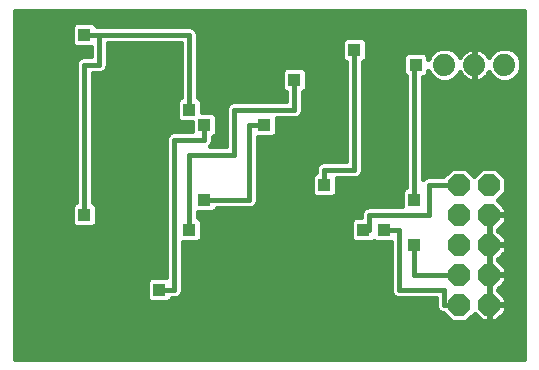
<source format=gbl>
G75*
%MOIN*%
%OFA0B0*%
%FSLAX25Y25*%
%IPPOS*%
%LPD*%
%AMOC8*
5,1,8,0,0,1.08239X$1,22.5*
%
%ADD10OC8,0.07400*%
%ADD11C,0.07400*%
%ADD12R,0.04362X0.04362*%
%ADD13C,0.01600*%
D10*
X0160500Y0026000D03*
X0170500Y0026000D03*
X0170500Y0036000D03*
X0160500Y0036000D03*
X0160500Y0046000D03*
X0170500Y0046000D03*
X0170500Y0056000D03*
X0160500Y0056000D03*
X0160500Y0066000D03*
X0170500Y0066000D03*
D11*
X0165500Y0106000D03*
X0155500Y0106000D03*
X0175500Y0106000D03*
D12*
X0170500Y0091000D03*
X0146000Y0106000D03*
X0125500Y0111000D03*
X0115500Y0116000D03*
X0105500Y0101000D03*
X0085500Y0116000D03*
X0070500Y0091000D03*
X0075500Y0086000D03*
X0095500Y0086000D03*
X0117500Y0086000D03*
X0117500Y0077000D03*
X0115500Y0066000D03*
X0128500Y0051000D03*
X0135500Y0051000D03*
X0145500Y0046000D03*
X0145500Y0061000D03*
X0110500Y0021000D03*
X0075500Y0031000D03*
X0060500Y0031000D03*
X0045500Y0031000D03*
X0035500Y0026000D03*
X0070500Y0051000D03*
X0075500Y0061000D03*
X0035500Y0056000D03*
X0025500Y0061000D03*
X0015500Y0116000D03*
X0035500Y0116000D03*
X0145500Y0121000D03*
D13*
X0012500Y0123961D02*
X0012500Y0008000D01*
X0182201Y0008000D01*
X0182201Y0123961D01*
X0012500Y0123961D01*
X0012500Y0122691D02*
X0182201Y0122691D01*
X0182201Y0121093D02*
X0012500Y0121093D01*
X0012500Y0119494D02*
X0031804Y0119494D01*
X0031319Y0119010D02*
X0031319Y0112990D01*
X0032490Y0111819D01*
X0037700Y0111819D01*
X0037700Y0108800D01*
X0034943Y0108800D01*
X0033914Y0108374D01*
X0033126Y0107586D01*
X0032700Y0106557D01*
X0032700Y0060181D01*
X0032490Y0060181D01*
X0031319Y0059010D01*
X0031319Y0052990D01*
X0032490Y0051819D01*
X0038510Y0051819D01*
X0039681Y0052990D01*
X0039681Y0059010D01*
X0038510Y0060181D01*
X0038300Y0060181D01*
X0038300Y0103200D01*
X0041057Y0103200D01*
X0042086Y0103626D01*
X0042874Y0104414D01*
X0043300Y0105443D01*
X0043300Y0113200D01*
X0067700Y0113200D01*
X0067700Y0095181D01*
X0067490Y0095181D01*
X0066319Y0094010D01*
X0066319Y0087990D01*
X0067490Y0086819D01*
X0071319Y0086819D01*
X0071319Y0083800D01*
X0064943Y0083800D01*
X0063914Y0083374D01*
X0063126Y0082586D01*
X0062700Y0081557D01*
X0062700Y0035181D01*
X0057490Y0035181D01*
X0056319Y0034010D01*
X0056319Y0027990D01*
X0057490Y0026819D01*
X0063510Y0026819D01*
X0064681Y0027990D01*
X0064681Y0028200D01*
X0066057Y0028200D01*
X0067086Y0028626D01*
X0067874Y0029414D01*
X0068300Y0030443D01*
X0068300Y0046819D01*
X0073510Y0046819D01*
X0074681Y0047990D01*
X0074681Y0054010D01*
X0073510Y0055181D01*
X0073300Y0055181D01*
X0073300Y0056819D01*
X0078510Y0056819D01*
X0079681Y0057990D01*
X0079681Y0058200D01*
X0091057Y0058200D01*
X0092086Y0058626D01*
X0092874Y0059414D01*
X0093300Y0060443D01*
X0093300Y0081819D01*
X0098510Y0081819D01*
X0099681Y0082990D01*
X0099681Y0088200D01*
X0106057Y0088200D01*
X0107086Y0088626D01*
X0107874Y0089414D01*
X0108300Y0090443D01*
X0108300Y0096819D01*
X0108510Y0096819D01*
X0109681Y0097990D01*
X0109681Y0104010D01*
X0108510Y0105181D01*
X0102490Y0105181D01*
X0101319Y0104010D01*
X0101319Y0097990D01*
X0102490Y0096819D01*
X0102700Y0096819D01*
X0102700Y0093800D01*
X0084943Y0093800D01*
X0083914Y0093374D01*
X0083126Y0092586D01*
X0082700Y0091557D01*
X0082700Y0078800D01*
X0077260Y0078800D01*
X0077874Y0079414D01*
X0078300Y0080443D01*
X0078300Y0081819D01*
X0078510Y0081819D01*
X0079681Y0082990D01*
X0079681Y0089010D01*
X0078510Y0090181D01*
X0074681Y0090181D01*
X0074681Y0094010D01*
X0073510Y0095181D01*
X0073300Y0095181D01*
X0073300Y0116557D01*
X0072874Y0117586D01*
X0072086Y0118374D01*
X0071057Y0118800D01*
X0039681Y0118800D01*
X0039681Y0119010D01*
X0038510Y0120181D01*
X0032490Y0120181D01*
X0031319Y0119010D01*
X0031319Y0117896D02*
X0012500Y0117896D01*
X0012500Y0116297D02*
X0031319Y0116297D01*
X0031319Y0114699D02*
X0012500Y0114699D01*
X0012500Y0113100D02*
X0031319Y0113100D01*
X0035500Y0116000D02*
X0040500Y0116000D01*
X0040500Y0106000D01*
X0035500Y0106000D01*
X0035500Y0056000D01*
X0039681Y0055554D02*
X0062700Y0055554D01*
X0062700Y0057152D02*
X0039681Y0057152D01*
X0039681Y0058751D02*
X0062700Y0058751D01*
X0062700Y0060349D02*
X0038300Y0060349D01*
X0038300Y0061948D02*
X0062700Y0061948D01*
X0062700Y0063546D02*
X0038300Y0063546D01*
X0038300Y0065145D02*
X0062700Y0065145D01*
X0062700Y0066743D02*
X0038300Y0066743D01*
X0038300Y0068342D02*
X0062700Y0068342D01*
X0062700Y0069940D02*
X0038300Y0069940D01*
X0038300Y0071539D02*
X0062700Y0071539D01*
X0062700Y0073137D02*
X0038300Y0073137D01*
X0038300Y0074736D02*
X0062700Y0074736D01*
X0062700Y0076334D02*
X0038300Y0076334D01*
X0038300Y0077933D02*
X0062700Y0077933D01*
X0062700Y0079532D02*
X0038300Y0079532D01*
X0038300Y0081130D02*
X0062700Y0081130D01*
X0063269Y0082729D02*
X0038300Y0082729D01*
X0038300Y0084327D02*
X0071319Y0084327D01*
X0071319Y0085926D02*
X0038300Y0085926D01*
X0038300Y0087524D02*
X0066785Y0087524D01*
X0066319Y0089123D02*
X0038300Y0089123D01*
X0038300Y0090721D02*
X0066319Y0090721D01*
X0066319Y0092320D02*
X0038300Y0092320D01*
X0038300Y0093918D02*
X0066319Y0093918D01*
X0067700Y0095517D02*
X0038300Y0095517D01*
X0038300Y0097115D02*
X0067700Y0097115D01*
X0067700Y0098714D02*
X0038300Y0098714D01*
X0038300Y0100312D02*
X0067700Y0100312D01*
X0067700Y0101911D02*
X0038300Y0101911D01*
X0041803Y0103509D02*
X0067700Y0103509D01*
X0067700Y0105108D02*
X0043161Y0105108D01*
X0043300Y0106706D02*
X0067700Y0106706D01*
X0067700Y0108305D02*
X0043300Y0108305D01*
X0043300Y0109903D02*
X0067700Y0109903D01*
X0067700Y0111502D02*
X0043300Y0111502D01*
X0043300Y0113100D02*
X0067700Y0113100D01*
X0070500Y0116000D02*
X0070500Y0091000D01*
X0074681Y0090721D02*
X0082700Y0090721D01*
X0082700Y0089123D02*
X0079568Y0089123D01*
X0079681Y0087524D02*
X0082700Y0087524D01*
X0082700Y0085926D02*
X0079681Y0085926D01*
X0079681Y0084327D02*
X0082700Y0084327D01*
X0082700Y0082729D02*
X0079419Y0082729D01*
X0078300Y0081130D02*
X0082700Y0081130D01*
X0082700Y0079532D02*
X0077922Y0079532D01*
X0075500Y0081000D02*
X0075500Y0086000D01*
X0075500Y0081000D02*
X0065500Y0081000D01*
X0065500Y0031000D01*
X0060500Y0031000D01*
X0056319Y0031576D02*
X0012500Y0031576D01*
X0012500Y0029978D02*
X0056319Y0029978D01*
X0056319Y0028379D02*
X0012500Y0028379D01*
X0012500Y0026781D02*
X0152700Y0026781D01*
X0152700Y0025443D02*
X0153126Y0024414D01*
X0153914Y0023626D01*
X0154943Y0023200D01*
X0155239Y0023200D01*
X0158139Y0020300D01*
X0162861Y0020300D01*
X0165641Y0023080D01*
X0168222Y0020500D01*
X0170300Y0020500D01*
X0170300Y0025800D01*
X0170700Y0025800D01*
X0170700Y0026200D01*
X0176000Y0026200D01*
X0176000Y0028278D01*
X0173278Y0031000D01*
X0176000Y0033722D01*
X0176000Y0035800D01*
X0170700Y0035800D01*
X0170700Y0036200D01*
X0176000Y0036200D01*
X0176000Y0038278D01*
X0173278Y0041000D01*
X0176000Y0043722D01*
X0176000Y0045800D01*
X0170700Y0045800D01*
X0170700Y0046200D01*
X0176000Y0046200D01*
X0176000Y0048278D01*
X0173278Y0051000D01*
X0176000Y0053722D01*
X0176000Y0055800D01*
X0170700Y0055800D01*
X0170700Y0056200D01*
X0176000Y0056200D01*
X0176000Y0058278D01*
X0173420Y0060859D01*
X0176200Y0063639D01*
X0176200Y0068361D01*
X0172861Y0071700D01*
X0168139Y0071700D01*
X0165500Y0069061D01*
X0162861Y0071700D01*
X0158139Y0071700D01*
X0155239Y0068800D01*
X0149943Y0068800D01*
X0148914Y0068374D01*
X0148300Y0067760D01*
X0148300Y0101819D01*
X0149010Y0101819D01*
X0150181Y0102990D01*
X0150181Y0103946D01*
X0150668Y0102771D01*
X0152271Y0101168D01*
X0154366Y0100300D01*
X0156634Y0100300D01*
X0158729Y0101168D01*
X0160332Y0102771D01*
X0160619Y0103464D01*
X0160796Y0103117D01*
X0161305Y0102417D01*
X0161917Y0101805D01*
X0162617Y0101296D01*
X0163389Y0100903D01*
X0164212Y0100635D01*
X0165067Y0100500D01*
X0165300Y0100500D01*
X0165300Y0105800D01*
X0165700Y0105800D01*
X0165700Y0100500D01*
X0165933Y0100500D01*
X0166788Y0100635D01*
X0167611Y0100903D01*
X0168383Y0101296D01*
X0169083Y0101805D01*
X0169695Y0102417D01*
X0170204Y0103117D01*
X0170381Y0103464D01*
X0170668Y0102771D01*
X0172271Y0101168D01*
X0174366Y0100300D01*
X0176634Y0100300D01*
X0178729Y0101168D01*
X0180332Y0102771D01*
X0181200Y0104866D01*
X0181200Y0107134D01*
X0180332Y0109229D01*
X0178729Y0110832D01*
X0176634Y0111700D01*
X0174366Y0111700D01*
X0172271Y0110832D01*
X0170668Y0109229D01*
X0170381Y0108536D01*
X0170204Y0108883D01*
X0169695Y0109583D01*
X0169083Y0110195D01*
X0168383Y0110704D01*
X0167611Y0111097D01*
X0166788Y0111365D01*
X0165933Y0111500D01*
X0165700Y0111500D01*
X0165700Y0106200D01*
X0165300Y0106200D01*
X0165300Y0111500D01*
X0165067Y0111500D01*
X0164212Y0111365D01*
X0163389Y0111097D01*
X0162617Y0110704D01*
X0161917Y0110195D01*
X0161305Y0109583D01*
X0160796Y0108883D01*
X0160619Y0108536D01*
X0160332Y0109229D01*
X0158729Y0110832D01*
X0156634Y0111700D01*
X0154366Y0111700D01*
X0152271Y0110832D01*
X0150668Y0109229D01*
X0150181Y0108054D01*
X0150181Y0109010D01*
X0149010Y0110181D01*
X0142990Y0110181D01*
X0141819Y0109010D01*
X0141819Y0102990D01*
X0142700Y0102109D01*
X0142700Y0065181D01*
X0142490Y0065181D01*
X0141319Y0064010D01*
X0141319Y0058800D01*
X0129943Y0058800D01*
X0128914Y0058374D01*
X0128126Y0057586D01*
X0127700Y0056557D01*
X0127700Y0055181D01*
X0125490Y0055181D01*
X0124319Y0054010D01*
X0124319Y0047990D01*
X0125490Y0046819D01*
X0131510Y0046819D01*
X0132000Y0047309D01*
X0132490Y0046819D01*
X0137700Y0046819D01*
X0137700Y0030443D01*
X0138126Y0029414D01*
X0138914Y0028626D01*
X0139943Y0028200D01*
X0152700Y0028200D01*
X0152700Y0025443D01*
X0152808Y0025182D02*
X0012500Y0025182D01*
X0012500Y0023584D02*
X0154017Y0023584D01*
X0156454Y0021985D02*
X0012500Y0021985D01*
X0012500Y0020387D02*
X0158052Y0020387D01*
X0162948Y0020387D02*
X0182201Y0020387D01*
X0182201Y0018788D02*
X0012500Y0018788D01*
X0012500Y0017190D02*
X0182201Y0017190D01*
X0182201Y0015591D02*
X0012500Y0015591D01*
X0012500Y0013993D02*
X0182201Y0013993D01*
X0182201Y0012394D02*
X0012500Y0012394D01*
X0012500Y0010796D02*
X0182201Y0010796D01*
X0182201Y0009197D02*
X0012500Y0009197D01*
X0025500Y0026000D02*
X0035500Y0026000D01*
X0025500Y0026000D02*
X0025500Y0061000D01*
X0031319Y0058751D02*
X0012500Y0058751D01*
X0012500Y0057152D02*
X0031319Y0057152D01*
X0031319Y0055554D02*
X0012500Y0055554D01*
X0012500Y0053955D02*
X0031319Y0053955D01*
X0031953Y0052357D02*
X0012500Y0052357D01*
X0012500Y0050758D02*
X0062700Y0050758D01*
X0062700Y0049160D02*
X0012500Y0049160D01*
X0012500Y0047561D02*
X0062700Y0047561D01*
X0062700Y0045963D02*
X0012500Y0045963D01*
X0012500Y0044364D02*
X0062700Y0044364D01*
X0062700Y0042766D02*
X0012500Y0042766D01*
X0012500Y0041167D02*
X0062700Y0041167D01*
X0062700Y0039569D02*
X0012500Y0039569D01*
X0012500Y0037970D02*
X0062700Y0037970D01*
X0062700Y0036372D02*
X0012500Y0036372D01*
X0012500Y0034773D02*
X0057083Y0034773D01*
X0056319Y0033175D02*
X0012500Y0033175D01*
X0039047Y0052357D02*
X0062700Y0052357D01*
X0062700Y0053955D02*
X0039681Y0053955D01*
X0032700Y0060349D02*
X0012500Y0060349D01*
X0012500Y0061948D02*
X0032700Y0061948D01*
X0032700Y0063546D02*
X0012500Y0063546D01*
X0012500Y0065145D02*
X0032700Y0065145D01*
X0032700Y0066743D02*
X0012500Y0066743D01*
X0012500Y0068342D02*
X0032700Y0068342D01*
X0032700Y0069940D02*
X0012500Y0069940D01*
X0012500Y0071539D02*
X0032700Y0071539D01*
X0032700Y0073137D02*
X0012500Y0073137D01*
X0012500Y0074736D02*
X0032700Y0074736D01*
X0032700Y0076334D02*
X0012500Y0076334D01*
X0012500Y0077933D02*
X0032700Y0077933D01*
X0032700Y0079532D02*
X0012500Y0079532D01*
X0012500Y0081130D02*
X0032700Y0081130D01*
X0032700Y0082729D02*
X0012500Y0082729D01*
X0012500Y0084327D02*
X0032700Y0084327D01*
X0032700Y0085926D02*
X0012500Y0085926D01*
X0012500Y0087524D02*
X0032700Y0087524D01*
X0032700Y0089123D02*
X0012500Y0089123D01*
X0012500Y0090721D02*
X0032700Y0090721D01*
X0032700Y0092320D02*
X0012500Y0092320D01*
X0012500Y0093918D02*
X0032700Y0093918D01*
X0032700Y0095517D02*
X0012500Y0095517D01*
X0012500Y0097115D02*
X0032700Y0097115D01*
X0032700Y0098714D02*
X0012500Y0098714D01*
X0012500Y0100312D02*
X0032700Y0100312D01*
X0032700Y0101911D02*
X0012500Y0101911D01*
X0012500Y0103509D02*
X0032700Y0103509D01*
X0032700Y0105108D02*
X0012500Y0105108D01*
X0012500Y0106706D02*
X0032762Y0106706D01*
X0033845Y0108305D02*
X0012500Y0108305D01*
X0012500Y0109903D02*
X0037700Y0109903D01*
X0037700Y0111502D02*
X0012500Y0111502D01*
X0039196Y0119494D02*
X0182201Y0119494D01*
X0182201Y0117896D02*
X0072564Y0117896D01*
X0073300Y0116297D02*
X0182201Y0116297D01*
X0182201Y0114699D02*
X0128992Y0114699D01*
X0128510Y0115181D02*
X0122490Y0115181D01*
X0121319Y0114010D01*
X0121319Y0107990D01*
X0122490Y0106819D01*
X0122700Y0106819D01*
X0122700Y0073800D01*
X0114943Y0073800D01*
X0113914Y0073374D01*
X0113126Y0072586D01*
X0112700Y0071557D01*
X0112700Y0070181D01*
X0112490Y0070181D01*
X0111319Y0069010D01*
X0111319Y0062990D01*
X0112490Y0061819D01*
X0118510Y0061819D01*
X0119681Y0062990D01*
X0119681Y0068200D01*
X0126057Y0068200D01*
X0127086Y0068626D01*
X0127874Y0069414D01*
X0128300Y0070443D01*
X0128300Y0106819D01*
X0128510Y0106819D01*
X0129681Y0107990D01*
X0129681Y0114010D01*
X0128510Y0115181D01*
X0129681Y0113100D02*
X0182201Y0113100D01*
X0182201Y0111502D02*
X0177112Y0111502D01*
X0179658Y0109903D02*
X0182201Y0109903D01*
X0182201Y0108305D02*
X0180715Y0108305D01*
X0181200Y0106706D02*
X0182201Y0106706D01*
X0182201Y0105108D02*
X0181200Y0105108D01*
X0180638Y0103509D02*
X0182201Y0103509D01*
X0182201Y0101911D02*
X0179472Y0101911D01*
X0182201Y0100312D02*
X0176663Y0100312D01*
X0174337Y0100312D02*
X0156663Y0100312D01*
X0154337Y0100312D02*
X0148300Y0100312D01*
X0148300Y0098714D02*
X0182201Y0098714D01*
X0182201Y0097115D02*
X0148300Y0097115D01*
X0148300Y0095517D02*
X0182201Y0095517D01*
X0182201Y0093918D02*
X0148300Y0093918D01*
X0148300Y0092320D02*
X0182201Y0092320D01*
X0180500Y0091000D02*
X0180500Y0056000D01*
X0170500Y0056000D01*
X0170700Y0055800D02*
X0170700Y0046200D01*
X0170300Y0046200D01*
X0170300Y0051500D01*
X0170300Y0055800D01*
X0170700Y0055800D01*
X0170700Y0055554D02*
X0170300Y0055554D01*
X0170300Y0053955D02*
X0170700Y0053955D01*
X0170700Y0052357D02*
X0170300Y0052357D01*
X0170300Y0050758D02*
X0170700Y0050758D01*
X0170700Y0049160D02*
X0170300Y0049160D01*
X0170300Y0047561D02*
X0170700Y0047561D01*
X0170700Y0045963D02*
X0182201Y0045963D01*
X0182201Y0044364D02*
X0176000Y0044364D01*
X0175044Y0042766D02*
X0182201Y0042766D01*
X0182201Y0041167D02*
X0173445Y0041167D01*
X0174709Y0039569D02*
X0182201Y0039569D01*
X0182201Y0037970D02*
X0176000Y0037970D01*
X0176000Y0036372D02*
X0182201Y0036372D01*
X0182201Y0034773D02*
X0176000Y0034773D01*
X0175453Y0033175D02*
X0182201Y0033175D01*
X0182201Y0031576D02*
X0173854Y0031576D01*
X0174300Y0029978D02*
X0182201Y0029978D01*
X0182201Y0028379D02*
X0175899Y0028379D01*
X0176000Y0026781D02*
X0182201Y0026781D01*
X0182201Y0025182D02*
X0176000Y0025182D01*
X0176000Y0025800D02*
X0176000Y0023722D01*
X0172778Y0020500D01*
X0170700Y0020500D01*
X0170700Y0025800D01*
X0176000Y0025800D01*
X0175862Y0023584D02*
X0182201Y0023584D01*
X0182201Y0021985D02*
X0174263Y0021985D01*
X0170700Y0021985D02*
X0170300Y0021985D01*
X0170300Y0023584D02*
X0170700Y0023584D01*
X0170700Y0025182D02*
X0170300Y0025182D01*
X0170300Y0026200D02*
X0170300Y0031500D01*
X0170300Y0035800D01*
X0170700Y0035800D01*
X0170700Y0026200D01*
X0170300Y0026200D01*
X0170300Y0026781D02*
X0170700Y0026781D01*
X0170700Y0028379D02*
X0170300Y0028379D01*
X0170300Y0029978D02*
X0170700Y0029978D01*
X0170700Y0031576D02*
X0170300Y0031576D01*
X0170300Y0033175D02*
X0170700Y0033175D01*
X0170700Y0034773D02*
X0170300Y0034773D01*
X0170300Y0036200D02*
X0170300Y0041500D01*
X0170300Y0045800D01*
X0170700Y0045800D01*
X0170700Y0036200D01*
X0170300Y0036200D01*
X0170300Y0036372D02*
X0170700Y0036372D01*
X0170700Y0037970D02*
X0170300Y0037970D01*
X0170300Y0039569D02*
X0170700Y0039569D01*
X0170700Y0041167D02*
X0170300Y0041167D01*
X0170300Y0042766D02*
X0170700Y0042766D01*
X0170700Y0044364D02*
X0170300Y0044364D01*
X0176000Y0047561D02*
X0182201Y0047561D01*
X0182201Y0049160D02*
X0175118Y0049160D01*
X0173520Y0050758D02*
X0182201Y0050758D01*
X0182201Y0052357D02*
X0174635Y0052357D01*
X0176000Y0053955D02*
X0182201Y0053955D01*
X0182201Y0055554D02*
X0176000Y0055554D01*
X0176000Y0057152D02*
X0182201Y0057152D01*
X0182201Y0058751D02*
X0175527Y0058751D01*
X0173929Y0060349D02*
X0182201Y0060349D01*
X0182201Y0061948D02*
X0174509Y0061948D01*
X0176107Y0063546D02*
X0182201Y0063546D01*
X0182201Y0065145D02*
X0176200Y0065145D01*
X0176200Y0066743D02*
X0182201Y0066743D01*
X0182201Y0068342D02*
X0176200Y0068342D01*
X0174621Y0069940D02*
X0182201Y0069940D01*
X0182201Y0071539D02*
X0173022Y0071539D01*
X0167978Y0071539D02*
X0163022Y0071539D01*
X0164621Y0069940D02*
X0166379Y0069940D01*
X0160500Y0066000D02*
X0150500Y0066000D01*
X0150500Y0056000D01*
X0130500Y0056000D01*
X0130500Y0051000D01*
X0128500Y0051000D01*
X0124319Y0050758D02*
X0074681Y0050758D01*
X0074681Y0049160D02*
X0124319Y0049160D01*
X0124748Y0047561D02*
X0074252Y0047561D01*
X0070500Y0051000D02*
X0070500Y0076000D01*
X0085500Y0076000D01*
X0085500Y0091000D01*
X0105500Y0091000D01*
X0105500Y0101000D01*
X0109681Y0100312D02*
X0122700Y0100312D01*
X0122700Y0098714D02*
X0109681Y0098714D01*
X0108806Y0097115D02*
X0122700Y0097115D01*
X0122700Y0095517D02*
X0108300Y0095517D01*
X0108300Y0093918D02*
X0122700Y0093918D01*
X0122700Y0092320D02*
X0108300Y0092320D01*
X0108300Y0090721D02*
X0122700Y0090721D01*
X0122700Y0089123D02*
X0107582Y0089123D01*
X0102700Y0093918D02*
X0074681Y0093918D01*
X0074681Y0092320D02*
X0083016Y0092320D01*
X0090500Y0086000D02*
X0095500Y0086000D01*
X0099681Y0085926D02*
X0122700Y0085926D01*
X0122700Y0087524D02*
X0099681Y0087524D01*
X0099681Y0084327D02*
X0122700Y0084327D01*
X0122700Y0082729D02*
X0099419Y0082729D01*
X0093300Y0081130D02*
X0122700Y0081130D01*
X0122700Y0079532D02*
X0093300Y0079532D01*
X0093300Y0077933D02*
X0122700Y0077933D01*
X0122700Y0076334D02*
X0093300Y0076334D01*
X0093300Y0074736D02*
X0122700Y0074736D01*
X0117500Y0077000D02*
X0117500Y0086000D01*
X0128300Y0085926D02*
X0142700Y0085926D01*
X0142700Y0087524D02*
X0128300Y0087524D01*
X0128300Y0089123D02*
X0142700Y0089123D01*
X0142700Y0090721D02*
X0128300Y0090721D01*
X0128300Y0092320D02*
X0142700Y0092320D01*
X0142700Y0093918D02*
X0128300Y0093918D01*
X0128300Y0095517D02*
X0142700Y0095517D01*
X0142700Y0097115D02*
X0128300Y0097115D01*
X0128300Y0098714D02*
X0142700Y0098714D01*
X0142700Y0100312D02*
X0128300Y0100312D01*
X0128300Y0101911D02*
X0142700Y0101911D01*
X0141819Y0103509D02*
X0128300Y0103509D01*
X0128300Y0105108D02*
X0141819Y0105108D01*
X0141819Y0106706D02*
X0128300Y0106706D01*
X0129681Y0108305D02*
X0141819Y0108305D01*
X0142713Y0109903D02*
X0129681Y0109903D01*
X0129681Y0111502D02*
X0153888Y0111502D01*
X0157112Y0111502D02*
X0173888Y0111502D01*
X0171342Y0109903D02*
X0169375Y0109903D01*
X0165700Y0109903D02*
X0165300Y0109903D01*
X0165300Y0108305D02*
X0165700Y0108305D01*
X0165700Y0106706D02*
X0165300Y0106706D01*
X0165300Y0105108D02*
X0165700Y0105108D01*
X0165700Y0103509D02*
X0165300Y0103509D01*
X0165300Y0101911D02*
X0165700Y0101911D01*
X0169189Y0101911D02*
X0171528Y0101911D01*
X0161811Y0101911D02*
X0159472Y0101911D01*
X0151528Y0101911D02*
X0149101Y0101911D01*
X0150181Y0103509D02*
X0150362Y0103509D01*
X0146000Y0106000D02*
X0145500Y0106000D01*
X0145500Y0061000D01*
X0141319Y0060349D02*
X0093261Y0060349D01*
X0093300Y0061948D02*
X0112361Y0061948D01*
X0111319Y0063546D02*
X0093300Y0063546D01*
X0093300Y0065145D02*
X0111319Y0065145D01*
X0111319Y0066743D02*
X0093300Y0066743D01*
X0093300Y0068342D02*
X0111319Y0068342D01*
X0112250Y0069940D02*
X0093300Y0069940D01*
X0093300Y0071539D02*
X0112700Y0071539D01*
X0113678Y0073137D02*
X0093300Y0073137D01*
X0090500Y0061000D02*
X0075500Y0061000D01*
X0078843Y0057152D02*
X0127947Y0057152D01*
X0127700Y0055554D02*
X0073300Y0055554D01*
X0074681Y0053955D02*
X0124319Y0053955D01*
X0124319Y0052357D02*
X0074681Y0052357D01*
X0068300Y0045963D02*
X0137700Y0045963D01*
X0137700Y0044364D02*
X0068300Y0044364D01*
X0068300Y0042766D02*
X0137700Y0042766D01*
X0137700Y0041167D02*
X0068300Y0041167D01*
X0068300Y0039569D02*
X0137700Y0039569D01*
X0137700Y0037970D02*
X0068300Y0037970D01*
X0068300Y0036372D02*
X0137700Y0036372D01*
X0137700Y0034773D02*
X0068300Y0034773D01*
X0068300Y0033175D02*
X0137700Y0033175D01*
X0137700Y0031576D02*
X0068300Y0031576D01*
X0068107Y0029978D02*
X0137893Y0029978D01*
X0139510Y0028379D02*
X0066489Y0028379D01*
X0092211Y0058751D02*
X0129824Y0058751D01*
X0119681Y0063546D02*
X0141319Y0063546D01*
X0141319Y0061948D02*
X0118639Y0061948D01*
X0119681Y0065145D02*
X0142454Y0065145D01*
X0142700Y0066743D02*
X0119681Y0066743D01*
X0115500Y0066000D02*
X0115500Y0071000D01*
X0125500Y0071000D01*
X0125500Y0111000D01*
X0121319Y0111502D02*
X0073300Y0111502D01*
X0073300Y0113100D02*
X0121319Y0113100D01*
X0122008Y0114699D02*
X0073300Y0114699D01*
X0070500Y0116000D02*
X0040500Y0116000D01*
X0073300Y0109903D02*
X0121319Y0109903D01*
X0121319Y0108305D02*
X0073300Y0108305D01*
X0073300Y0106706D02*
X0122700Y0106706D01*
X0122700Y0105108D02*
X0108583Y0105108D01*
X0109681Y0103509D02*
X0122700Y0103509D01*
X0122700Y0101911D02*
X0109681Y0101911D01*
X0102417Y0105108D02*
X0073300Y0105108D01*
X0073300Y0103509D02*
X0101319Y0103509D01*
X0101319Y0101911D02*
X0073300Y0101911D01*
X0073300Y0100312D02*
X0101319Y0100312D01*
X0101319Y0098714D02*
X0073300Y0098714D01*
X0073300Y0097115D02*
X0102194Y0097115D01*
X0102700Y0095517D02*
X0073300Y0095517D01*
X0090500Y0086000D02*
X0090500Y0061000D01*
X0126400Y0068342D02*
X0142700Y0068342D01*
X0142700Y0069940D02*
X0128092Y0069940D01*
X0128300Y0071539D02*
X0142700Y0071539D01*
X0142700Y0073137D02*
X0128300Y0073137D01*
X0128300Y0074736D02*
X0142700Y0074736D01*
X0142700Y0076334D02*
X0128300Y0076334D01*
X0128300Y0077933D02*
X0142700Y0077933D01*
X0142700Y0079532D02*
X0128300Y0079532D01*
X0128300Y0081130D02*
X0142700Y0081130D01*
X0142700Y0082729D02*
X0128300Y0082729D01*
X0128300Y0084327D02*
X0142700Y0084327D01*
X0148300Y0084327D02*
X0182201Y0084327D01*
X0182201Y0082729D02*
X0148300Y0082729D01*
X0148300Y0081130D02*
X0182201Y0081130D01*
X0182201Y0079532D02*
X0148300Y0079532D01*
X0148300Y0077933D02*
X0182201Y0077933D01*
X0182201Y0076334D02*
X0148300Y0076334D01*
X0148300Y0074736D02*
X0182201Y0074736D01*
X0182201Y0073137D02*
X0148300Y0073137D01*
X0148300Y0071539D02*
X0157978Y0071539D01*
X0156379Y0069940D02*
X0148300Y0069940D01*
X0148300Y0068342D02*
X0148882Y0068342D01*
X0148300Y0085926D02*
X0182201Y0085926D01*
X0182201Y0087524D02*
X0148300Y0087524D01*
X0148300Y0089123D02*
X0182201Y0089123D01*
X0182201Y0090721D02*
X0148300Y0090721D01*
X0170500Y0091000D02*
X0180500Y0091000D01*
X0161625Y0109903D02*
X0159658Y0109903D01*
X0151342Y0109903D02*
X0149287Y0109903D01*
X0150181Y0108305D02*
X0150285Y0108305D01*
X0140500Y0051000D02*
X0135500Y0051000D01*
X0140500Y0051000D02*
X0140500Y0031000D01*
X0155500Y0031000D01*
X0155500Y0026000D01*
X0160500Y0026000D01*
X0164546Y0021985D02*
X0166737Y0021985D01*
X0160500Y0036000D02*
X0145500Y0036000D01*
X0145500Y0046000D01*
M02*

</source>
